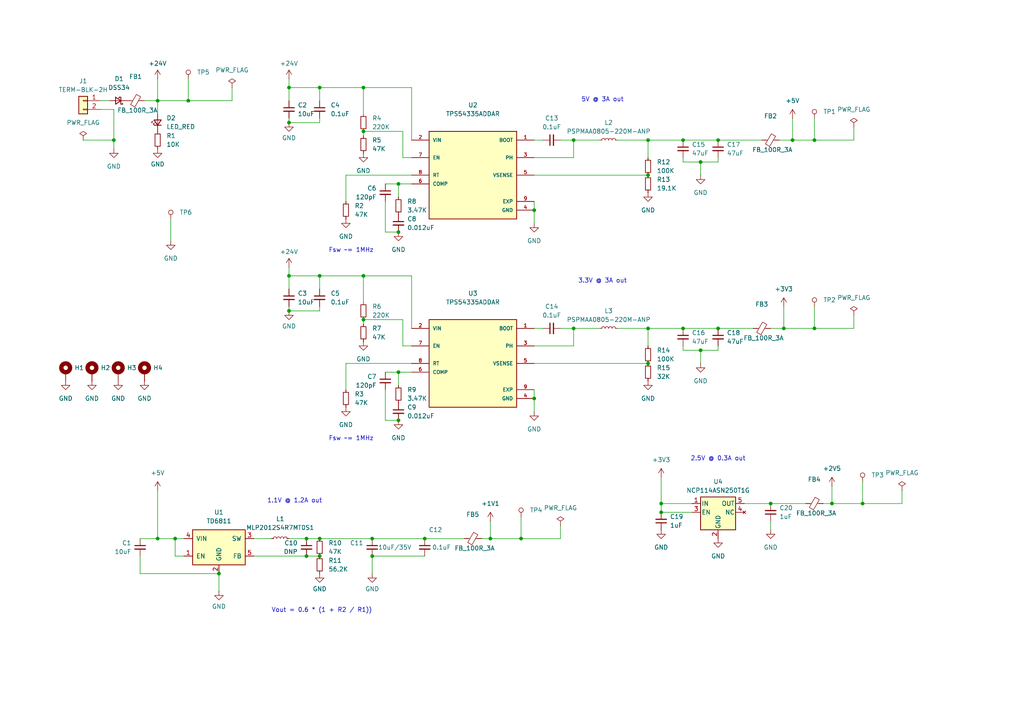
<source format=kicad_sch>
(kicad_sch (version 20231120) (generator "eeschema") (generator_version "8.0")
  (paper "A4")
  (lib_symbols
    (symbol "Device:C_Small" (pin_numbers hide) (pin_names (offset 0.254) hide)
      (property "Reference" "C" (at 0.254 1.778 0))
      (property "Value" "C_Small" (at 0.254 -2.032 0))
      (symbol "C_Small_1_1"
        (pin passive line (at 0 2.54 270) (length 2.032) (name "~") (number "1"))
        (pin passive line (at 0 -2.54 90) (length 2.032) (name "~") (number "2"))
      )
    )
    (symbol "Device:R_Small" (pin_numbers hide) (pin_names (offset 0.254) hide)
      (property "Reference" "R" (at 0.762 0.508 0))
      (property "Value" "R_Small" (at 0.762 -1.016 0))
      (symbol "R_Small_1_1"
        (pin passive line (at 0 2.54 270) (length 0.762) (name "~") (number "1"))
        (pin passive line (at 0 -2.54 90) (length 0.762) (name "~") (number "2"))
      )
    )
    (symbol "TPS54335ADDAR_1" (pin_names (offset 1.016))
      (property "Reference" "U" (at -12.7 13.462 0))
      (property "Value" "TPS54335ADDAR" (at -12.7 -15.24 0))
      (symbol "TPS54335ADDAR_1_0_0"
        (pin output line (at 17.78 10.16 180) (length 5.08) (name "BOOT") (number "1"))
        (pin input line (at -17.78 10.16 0) (length 5.08) (name "VIN") (number "2"))
        (pin output line (at 17.78 5.08 180) (length 5.08) (name "PH") (number "3"))
        (pin power_in line (at 17.78 -10.16 180) (length 5.08) (name "GND") (number "4"))
        (pin input line (at 17.78 0 180) (length 5.08) (name "VSENSE") (number "5"))
        (pin output line (at -17.78 -2.54 0) (length 5.08) (name "COMP") (number "6"))
        (pin input line (at -17.78 5.08 0) (length 5.08) (name "EN") (number "7"))
        (pin output line (at -17.78 0 0) (length 5.08) (name "RT") (number "8"))
        (pin power_in line (at 17.78 -7.62 180) (length 5.08) (name "EXP") (number "9"))
      )
    )
    (symbol "hadv-connectors:TERM-BLK-2H" (pin_names (offset 1.016) hide)
      (property "Reference" "J" (at 0 2.54 0))
      (property "Value" "TERM-BLK-2H" (at 0 -5.08 0))
      (symbol "TERM-BLK-2H_1_1"
        (pin passive line (at -5.08 0 0) (length 3.81) (name "Pin_1") (number "1"))
        (pin passive line (at -5.08 -2.54 0) (length 3.81) (name "Pin_2") (number "2"))
      )
    )
    (symbol "hadv-diodes:DSS34" (pin_numbers hide) (pin_names (offset 0.254) hide)
      (property "Reference" "D" (at -1.27 2.032 0))
      (property "Value" "DSS34" (at -7.112 -2.032 0))
      (symbol "DSS34_1_1"
        (pin passive line (at -2.54 0 0) (length 1.778) (name "K") (number "1"))
        (pin passive line (at 2.54 0 180) (length 1.778) (name "A") (number "2"))
      )
    )
    (symbol "hadv-inductors:MLP2012S4R7MT0S1" (pin_numbers hide) (pin_names (offset 0.254) hide)
      (property "Reference" "L" (at 0.762 1.016 0))
      (property "Value" "MLP2012S4R7MT0S1" (at 0.762 -1.016 0))
      (symbol "MLP2012S4R7MT0S1_1_1"
        (pin passive line (at 0 2.54 270) (length 0.635) (name "~") (number "1"))
        (pin passive line (at 0 -2.54 90) (length 0.635) (name "~") (number "2"))
      )
    )
    (symbol "hadv-inductors:PSPMAA0805-220M-ANP" (pin_numbers hide) (pin_names (offset 0.254) hide)
      (property "Reference" "L" (at 0.762 1.016 0))
      (property "Value" "PSPMAA0805-220M-ANP" (at 0.762 -1.016 0))
      (symbol "PSPMAA0805-220M-ANP_1_1"
        (pin passive line (at 0 2.54 270) (length 0.635) (name "~") (number "1"))
        (pin passive line (at 0 -2.54 90) (length 0.635) (name "~") (number "2"))
      )
    )
    (symbol "hadv-mechanical:MH_3.2mm" (pin_numbers hide) (pin_names (offset 1.016) hide) (in_bom no)
      (property "Reference" "H" (at 0 6.985 0))
      (symbol "MH_3.2mm_1_1"
        (pin input line (at 0 0 90) (length 2.54) (name "1") (number "1"))
      )
    )
    (symbol "hadv-mechanical:TP_1MM" (pin_numbers hide) (pin_names (offset 0.762) hide) (in_bom no)
      (property "Reference" "TP" (at 0 3.81 0))
      (symbol "TP_1MM_1_1"
        (pin passive line (at 0 0 90) (length 1.27) (name "1") (number "1"))
      )
    )
    (symbol "hadv-passives:FB_100R_3A" (pin_numbers hide) (pin_names (offset 0))
      (property "Reference" "FB" (at 1.905 1.27 0))
      (property "Value" "FB_100R_3A" (at 1.905 -1.27 0))
      (symbol "FB_100R_3A_1_1"
        (pin passive line (at 0 2.54 270) (length 1.27) (name "~") (number "1"))
        (pin passive line (at 0 -2.54 90) (length 1.27) (name "~") (number "2"))
      )
    )
    (symbol "hadv-ui:LED_RED" (pin_numbers hide) (pin_names (offset 0.254) hide)
      (property "Reference" "D" (at -1.27 3.175 0))
      (property "Value" "LED_RED" (at -4.445 -2.54 0))
      (symbol "LED_RED_1_1"
        (pin passive line (at -2.54 0 0) (length 1.778) (name "K") (number "1"))
        (pin passive line (at 2.54 0 180) (length 1.778) (name "A") (number "2"))
      )
    )
    (symbol "hadv-vregs:NCP114ASN250T1G" (pin_names (offset 0.254))
      (property "Reference" "U" (at -3.81 5.715 0))
      (property "Value" "NCP114ASN250T1G" (at 0 5.715 0))
      (symbol "NCP114ASN250T1G_1_1"
        (pin power_in line (at -7.62 2.54 0) (length 2.54) (name "IN") (number "1"))
        (pin power_in line (at 0 -7.62 90) (length 2.54) (name "GND") (number "2"))
        (pin input line (at -7.62 0 0) (length 2.54) (name "EN") (number "3"))
        (pin no_connect line (at 7.62 0 180) (length 2.54) (name "NC") (number "4"))
        (pin power_out line (at 7.62 2.54 180) (length 2.54) (name "OUT") (number "5"))
      )
    )
    (symbol "hadv-vregs:TD6811" (pin_names (offset 1.016))
      (property "Reference" "U" (at 1.27 10.16 0))
      (property "Value" "TD6811" (at 1.27 7.62 0))
      (symbol "TD6811_1_1"
        (pin input line (at -10.16 -2.54 0) (length 2.54) (name "EN") (number "1"))
        (pin power_in line (at 0 -7.62 90) (length 2.54) (name "GND") (number "2"))
        (pin power_out line (at 10.16 2.54 180) (length 2.54) (name "SW") (number "3"))
        (pin power_in line (at -10.16 2.54 0) (length 2.54) (name "VIN") (number "4"))
        (pin input line (at 10.16 -2.54 180) (length 2.54) (name "FB") (number "5"))
      )
    )
    (symbol "hadv-vregs:TPS54335ADDAR" (pin_names (offset 1.016))
      (property "Reference" "U" (at -12.7 13.462 0))
      (property "Value" "TPS54335ADDAR" (at -12.7 -15.24 0))
      (symbol "TPS54335ADDAR_0_0"
        (pin output line (at 17.78 10.16 180) (length 5.08) (name "BOOT") (number "1"))
        (pin input line (at -17.78 10.16 0) (length 5.08) (name "VIN") (number "2"))
        (pin output line (at 17.78 5.08 180) (length 5.08) (name "PH") (number "3"))
        (pin power_in line (at 17.78 -10.16 180) (length 5.08) (name "GND") (number "4"))
        (pin input line (at 17.78 0 180) (length 5.08) (name "VSENSE") (number "5"))
        (pin output line (at -17.78 -2.54 0) (length 5.08) (name "COMP") (number "6"))
        (pin input line (at -17.78 5.08 0) (length 5.08) (name "EN") (number "7"))
        (pin output line (at -17.78 0 0) (length 5.08) (name "RT") (number "8"))
        (pin power_in line (at 17.78 -7.62 180) (length 5.08) (name "EXP") (number "9"))
      )
    )
    (symbol "power:+1V1" (power) (pin_numbers hide) (pin_names (offset 0) hide)
      (property "Value" "+1V1" (at 0 3.556 0))
      (symbol "+1V1_1_1"
        (pin power_in line (at 0 0 90) (length 0) (name "~") (number "1"))
      )
    )
    (symbol "power:+24V" (power) (pin_numbers hide) (pin_names (offset 0) hide)
      (property "Value" "+24V" (at 0 3.556 0))
      (symbol "+24V_1_1"
        (pin power_in line (at 0 0 90) (length 0) (name "~") (number "1"))
      )
    )
    (symbol "power:+2V5" (power) (pin_numbers hide) (pin_names (offset 0) hide)
      (property "Value" "+2V5" (at 0 3.556 0))
      (symbol "+2V5_1_1"
        (pin power_in line (at 0 0 90) (length 0) (name "~") (number "1"))
      )
    )
    (symbol "power:+3V3" (power) (pin_numbers hide) (pin_names (offset 0) hide)
      (property "Value" "+3V3" (at 0 3.556 0))
      (symbol "+3V3_1_1"
        (pin power_in line (at 0 0 90) (length 0) (name "~") (number "1"))
      )
    )
    (symbol "power:+5V" (power) (pin_numbers hide) (pin_names (offset 0) hide)
      (property "Value" "+5V" (at 0 3.556 0))
      (symbol "+5V_1_1"
        (pin power_in line (at 0 0 90) (length 0) (name "~") (number "1"))
      )
    )
    (symbol "power:GND" (power) (pin_numbers hide) (pin_names (offset 0) hide)
      (property "Value" "GND" (at 0 -3.81 0))
      (symbol "GND_1_1"
        (pin power_in line (at 0 0 270) (length 0) (name "~") (number "1"))
      )
    )
    (symbol "power:PWR_FLAG" (power) (pin_numbers hide) (pin_names (offset 0) hide)
      (property "Value" "PWR_FLAG" (at 0 3.81 0))
      (symbol "PWR_FLAG_0_0"
        (pin power_out line (at 0 0 90) (length 0) (name "~") (number "1"))
      )
    )
  )
  (junction (at 45.72 29.21))
  (junction (at 63.5 166.37))
  (junction (at 151.13 156.21))
  (junction (at 83.82 25.4))
  (junction (at 203.2 101.6))
  (junction (at 198.12 95.25))
  (junction (at 105.41 25.4))
  (junction (at 154.94 60.96))
  (junction (at 187.96 95.25))
  (junction (at 92.71 156.21))
  (junction (at 250.19 146.05))
  (junction (at 107.95 156.21))
  (junction (at 83.82 90.17))
  (junction (at 241.3 146.05))
  (junction (at 223.52 146.05))
  (junction (at 83.82 80.01))
  (junction (at 166.37 40.64))
  (junction (at 115.57 53.34))
  (junction (at 107.95 161.29))
  (junction (at 187.96 40.64))
  (junction (at 198.12 40.64))
  (junction (at 92.71 161.29))
  (junction (at 142.24 156.21))
  (junction (at 105.41 92.71))
  (junction (at 50.8 156.21))
  (junction (at 208.28 40.64))
  (junction (at 208.28 95.25))
  (junction (at 45.72 156.21))
  (junction (at 115.57 107.95))
  (junction (at 115.57 67.31))
  (junction (at 191.77 146.05))
  (junction (at 88.9 156.21))
  (junction (at 83.82 35.56))
  (junction (at 166.37 95.25))
  (junction (at 191.77 148.59))
  (junction (at 33.02 40.64))
  (junction (at 236.22 95.25))
  (junction (at 203.2 46.99))
  (junction (at 229.87 40.64))
  (junction (at 123.19 156.21))
  (junction (at 227.33 95.25))
  (junction (at 105.41 38.1))
  (junction (at 105.41 80.01))
  (junction (at 187.96 105.41))
  (junction (at 154.94 115.57))
  (junction (at 92.71 25.4))
  (junction (at 54.61 29.21))
  (junction (at 115.57 121.92))
  (junction (at 187.96 50.8))
  (junction (at 236.22 40.64))
  (junction (at 88.9 161.29))
  (junction (at 92.71 80.01))
  (wire (pts (xy 154.94 60.96) (xy 154.94 64.77)))
  (wire (pts (xy 203.2 105.41) (xy 203.2 101.6)))
  (wire (pts (xy 40.64 156.21) (xy 45.72 156.21)))
  (wire (pts (xy 261.62 142.24) (xy 261.62 146.05)))
  (wire (pts (xy 154.94 45.72) (xy 166.37 45.72)))
  (wire (pts (xy 111.76 121.92) (xy 115.57 121.92)))
  (wire (pts (xy 111.76 107.95) (xy 115.57 107.95)))
  (wire (pts (xy 203.2 101.6) (xy 208.28 101.6)))
  (wire (pts (xy 83.82 80.01) (xy 83.82 83.82)))
  (wire (pts (xy 105.41 38.1) (xy 116.84 38.1)))
  (wire (pts (xy 187.96 40.64) (xy 198.12 40.64)))
  (wire (pts (xy 154.94 100.33) (xy 166.37 100.33)))
  (wire (pts (xy 92.71 25.4) (xy 92.71 29.21)))
  (wire (pts (xy 119.38 80.01) (xy 119.38 95.25)))
  (wire (pts (xy 151.13 149.86) (xy 151.13 156.21)))
  (wire (pts (xy 247.65 36.83) (xy 247.65 40.64)))
  (wire (pts (xy 92.71 80.01) (xy 105.41 80.01)))
  (wire (pts (xy 83.82 25.4) (xy 92.71 25.4)))
  (wire (pts (xy 54.61 29.21) (xy 45.72 29.21)))
  (wire (pts (xy 179.07 40.64) (xy 187.96 40.64)))
  (wire (pts (xy 105.41 92.71) (xy 105.41 93.98)))
  (wire (pts (xy 107.95 161.29) (xy 107.95 166.37)))
  (wire (pts (xy 227.33 95.25) (xy 223.52 95.25)))
  (wire (pts (xy 105.41 25.4) (xy 105.41 33.02)))
  (wire (pts (xy 250.19 146.05) (xy 241.3 146.05)))
  (wire (pts (xy 187.96 95.25) (xy 198.12 95.25)))
  (wire (pts (xy 53.34 161.29) (xy 50.8 161.29)))
  (wire (pts (xy 40.64 166.37) (xy 63.5 166.37)))
  (wire (pts (xy 54.61 29.21) (xy 67.31 29.21)))
  (wire (pts (xy 105.41 25.4) (xy 119.38 25.4)))
  (wire (pts (xy 198.12 46.99) (xy 203.2 46.99)))
  (wire (pts (xy 88.9 161.29) (xy 92.71 161.29)))
  (wire (pts (xy 191.77 146.05) (xy 200.66 146.05)))
  (wire (pts (xy 92.71 35.56) (xy 92.71 34.29)))
  (wire (pts (xy 154.94 95.25) (xy 157.48 95.25)))
  (wire (pts (xy 116.84 100.33) (xy 119.38 100.33)))
  (wire (pts (xy 166.37 95.25) (xy 173.99 95.25)))
  (wire (pts (xy 223.52 151.13) (xy 223.52 153.67)))
  (wire (pts (xy 67.31 25.4) (xy 67.31 29.21)))
  (wire (pts (xy 191.77 148.59) (xy 200.66 148.59)))
  (wire (pts (xy 116.84 92.71) (xy 116.84 100.33)))
  (wire (pts (xy 24.13 40.64) (xy 33.02 40.64)))
  (wire (pts (xy 115.57 53.34) (xy 119.38 53.34)))
  (wire (pts (xy 203.2 46.99) (xy 208.28 46.99)))
  (wire (pts (xy 29.21 29.21) (xy 31.75 29.21)))
  (wire (pts (xy 115.57 57.15) (xy 115.57 53.34)))
  (wire (pts (xy 162.56 156.21) (xy 151.13 156.21)))
  (wire (pts (xy 236.22 95.25) (xy 227.33 95.25)))
  (wire (pts (xy 166.37 95.25) (xy 162.56 95.25)))
  (wire (pts (xy 203.2 50.8) (xy 203.2 46.99)))
  (wire (pts (xy 50.8 156.21) (xy 45.72 156.21)))
  (wire (pts (xy 83.82 34.29) (xy 83.82 35.56)))
  (wire (pts (xy 50.8 161.29) (xy 50.8 156.21)))
  (wire (pts (xy 198.12 101.6) (xy 203.2 101.6)))
  (wire (pts (xy 208.28 95.25) (xy 218.44 95.25)))
  (wire (pts (xy 73.66 161.29) (xy 88.9 161.29)))
  (wire (pts (xy 115.57 107.95) (xy 119.38 107.95)))
  (wire (pts (xy 92.71 90.17) (xy 92.71 88.9)))
  (wire (pts (xy 247.65 40.64) (xy 236.22 40.64)))
  (wire (pts (xy 229.87 34.29) (xy 229.87 40.64)))
  (wire (pts (xy 236.22 88.9) (xy 236.22 95.25)))
  (wire (pts (xy 154.94 58.42) (xy 154.94 60.96)))
  (wire (pts (xy 151.13 156.21) (xy 142.24 156.21)))
  (wire (pts (xy 179.07 95.25) (xy 187.96 95.25)))
  (wire (pts (xy 119.38 25.4) (xy 119.38 40.64)))
  (wire (pts (xy 229.87 40.64) (xy 226.06 40.64)))
  (wire (pts (xy 166.37 45.72) (xy 166.37 40.64)))
  (wire (pts (xy 49.53 63.5) (xy 49.53 69.85)))
  (wire (pts (xy 92.71 80.01) (xy 92.71 83.82)))
  (wire (pts (xy 236.22 40.64) (xy 229.87 40.64)))
  (wire (pts (xy 63.5 166.37) (xy 63.5 171.45)))
  (wire (pts (xy 154.94 50.8) (xy 187.96 50.8)))
  (wire (pts (xy 105.41 38.1) (xy 105.41 39.37)))
  (wire (pts (xy 162.56 152.4) (xy 162.56 156.21)))
  (wire (pts (xy 111.76 113.03) (xy 111.76 121.92)))
  (wire (pts (xy 92.71 25.4) (xy 105.41 25.4)))
  (wire (pts (xy 115.57 111.76) (xy 115.57 107.95)))
  (wire (pts (xy 154.94 113.03) (xy 154.94 115.57)))
  (wire (pts (xy 154.94 115.57) (xy 154.94 119.38)))
  (wire (pts (xy 53.34 156.21) (xy 50.8 156.21)))
  (wire (pts (xy 166.37 40.64) (xy 162.56 40.64)))
  (wire (pts (xy 241.3 146.05) (xy 241.3 140.97)))
  (wire (pts (xy 198.12 101.6) (xy 198.12 100.33)))
  (wire (pts (xy 45.72 29.21) (xy 45.72 33.02)))
  (wire (pts (xy 116.84 45.72) (xy 119.38 45.72)))
  (wire (pts (xy 215.9 146.05) (xy 223.52 146.05)))
  (wire (pts (xy 111.76 67.31) (xy 115.57 67.31)))
  (wire (pts (xy 54.61 22.86) (xy 54.61 29.21)))
  (wire (pts (xy 92.71 156.21) (xy 107.95 156.21)))
  (wire (pts (xy 208.28 46.99) (xy 208.28 45.72)))
  (wire (pts (xy 191.77 138.43) (xy 191.77 146.05)))
  (wire (pts (xy 198.12 95.25) (xy 208.28 95.25)))
  (wire (pts (xy 119.38 105.41) (xy 100.33 105.41)))
  (wire (pts (xy 154.94 40.64) (xy 157.48 40.64)))
  (wire (pts (xy 100.33 105.41) (xy 100.33 113.03)))
  (wire (pts (xy 29.21 31.75) (xy 33.02 31.75)))
  (wire (pts (xy 100.33 50.8) (xy 100.33 58.42)))
  (wire (pts (xy 83.82 22.86) (xy 83.82 25.4)))
  (wire (pts (xy 83.82 90.17) (xy 92.71 90.17)))
  (wire (pts (xy 107.95 156.21) (xy 123.19 156.21)))
  (wire (pts (xy 142.24 156.21) (xy 142.24 151.13)))
  (wire (pts (xy 208.28 40.64) (xy 220.98 40.64)))
  (wire (pts (xy 83.82 77.47) (xy 83.82 80.01)))
  (wire (pts (xy 247.65 95.25) (xy 236.22 95.25)))
  (wire (pts (xy 88.9 156.21) (xy 92.71 156.21)))
  (wire (pts (xy 83.82 35.56) (xy 92.71 35.56)))
  (wire (pts (xy 223.52 146.05) (xy 233.68 146.05)))
  (wire (pts (xy 83.82 88.9) (xy 83.82 90.17)))
  (wire (pts (xy 154.94 105.41) (xy 187.96 105.41)))
  (wire (pts (xy 111.76 58.42) (xy 111.76 67.31)))
  (wire (pts (xy 33.02 31.75) (xy 33.02 40.64)))
  (wire (pts (xy 83.82 80.01) (xy 92.71 80.01)))
  (wire (pts (xy 261.62 146.05) (xy 250.19 146.05)))
  (wire (pts (xy 139.7 156.21) (xy 142.24 156.21)))
  (wire (pts (xy 40.64 161.29) (xy 40.64 166.37)))
  (wire (pts (xy 238.76 146.05) (xy 241.3 146.05)))
  (wire (pts (xy 105.41 92.71) (xy 116.84 92.71)))
  (wire (pts (xy 33.02 40.64) (xy 33.02 43.18)))
  (wire (pts (xy 187.96 95.25) (xy 187.96 100.33)))
  (wire (pts (xy 227.33 88.9) (xy 227.33 95.25)))
  (wire (pts (xy 191.77 146.05) (xy 191.77 148.59)))
  (wire (pts (xy 105.41 80.01) (xy 105.41 87.63)))
  (wire (pts (xy 116.84 38.1) (xy 116.84 45.72)))
  (wire (pts (xy 105.41 80.01) (xy 119.38 80.01)))
  (wire (pts (xy 208.28 101.6) (xy 208.28 100.33)))
  (wire (pts (xy 107.95 161.29) (xy 123.19 161.29)))
  (wire (pts (xy 236.22 34.29) (xy 236.22 40.64)))
  (wire (pts (xy 166.37 100.33) (xy 166.37 95.25)))
  (wire (pts (xy 45.72 142.24) (xy 45.72 156.21)))
  (wire (pts (xy 119.38 50.8) (xy 100.33 50.8)))
  (wire (pts (xy 111.76 53.34) (xy 115.57 53.34)))
  (wire (pts (xy 250.19 139.7) (xy 250.19 146.05)))
  (wire (pts (xy 73.66 156.21) (xy 78.74 156.21)))
  (wire (pts (xy 83.82 25.4) (xy 83.82 29.21)))
  (wire (pts (xy 198.12 40.64) (xy 208.28 40.64)))
  (wire (pts (xy 166.37 40.64) (xy 173.99 40.64)))
  (wire (pts (xy 45.72 22.86) (xy 45.72 29.21)))
  (wire (pts (xy 187.96 40.64) (xy 187.96 45.72)))
  (wire (pts (xy 41.91 29.21) (xy 45.72 29.21)))
  (wire (pts (xy 83.82 156.21) (xy 88.9 156.21)))
  (wire (pts (xy 123.19 156.21) (xy 134.62 156.21)))
  (wire (pts (xy 247.65 91.44) (xy 247.65 95.25)))
  (wire (pts (xy 198.12 46.99) (xy 198.12 45.72)))
  (text "1.1V @ 1.2A out" (at 77.47 146.05 0) (effects (font (size 1.27 1.27)) (justify left bottom)))
  (text "Fsw ~= 1MHz" (at 101.854 72.644 0) (effects (font (size 1.27 1.27))))
  (text "Vout = 0.6 * (1 + R2 / R1))" (at 78.74 177.8 0) (effects (font (size 1.27 1.27)) (justify left bottom)))
  (text "3.3V @ 3A out" (at 174.752 81.534 0) (effects (font (size 1.27 1.27))))
  (text "5V @ 3A out" (at 174.752 28.956 0) (effects (font (size 1.27 1.27))))
  (text "2.5V @ 0.3A out" (at 208.28 133.096 0) (effects (font (size 1.27 1.27))))
  (text "Fsw ~= 1MHz" (at 101.854 127.254 0) (effects (font (size 1.27 1.27))))
  (symbol (lib_id "power:GND") (at 26.67 110.49 0) (unit 1)
    (property "Reference" "#PWR0117" (effects (hide yes)))
    (property "Value" "GND" (at 26.67 115.57 0))
    (property "Description" "Power symbol creates a global label with name \"GND\" , ground" (effects (hide yes)))
  )
  (symbol (lib_id "power:GND") (at 154.94 64.77 0) (unit 1)
    (property "Reference" "#PWR019" (effects (hide yes)))
    (property "Value" "GND" (at 154.94 69.85 0))
    (property "Description" "Power symbol creates a global label with name \"GND\" , ground" (effects (hide yes)))
  )
  (symbol (lib_id "Device:C_Small") (at 115.57 64.77 0) (unit 1)
    (property "Reference" "C8" (at 118.11 63.5062 0) (effects (justify left)))
    (property "Value" "0.012uF" (at 118.11 66.0462 0) (effects (justify left)))
    (property "Footprint" "Capacitor_SMD:C_0603_1608Metric" (effects (hide yes)))
    (property "Description" "Unpolarized capacitor, small symbol" (effects (hide yes)))
  )
  (symbol (lib_id "power:GND") (at 154.94 119.38 0) (unit 1)
    (property "Reference" "#PWR020" (effects (hide yes)))
    (property "Value" "GND" (at 154.94 124.46 0))
    (property "Description" "Power symbol creates a global label with name \"GND\" , ground" (effects (hide yes)))
  )
  (symbol (lib_id "hadv-vregs:TPS54335ADDAR") (at 137.16 105.41 0) (unit 1)
    (property "Reference" "U3" (at 137.16 85.09 0))
    (property "Value" "TPS54335ADDAR" (at 137.16 87.63 0))
    (property "Footprint" "Package_SO:SOIC-8-1EP_3.9x4.9mm_P1.27mm_EP2.29x3mm_ThermalVias" (effects (hide yes)))
    (property "Datasheet" "https://www.ti.com/lit/ds/symlink/tps54335a.pdf?ts=1721956091124&ref_url=https%253A%252F%252Fwww.ti.com%252Fproduct%252FTPS54335A%252Fpart-details%252FTPS54335ADDAR%253Fbm-verify%253DAAQAAAAJ_____0OG6ETeAT2aN0fnBCXPurdJzu3vEm8UB7Ut4o0qZxp3dxvr-CwlCN4vYV9GydZWobR7AWUjsZi0q6lWwpUZyIcLbn3tn59HhTFtQGmZ1zr346VnwXqJ8gAq8602JpBv6wPxz_3IMDM4sIHN2UPigsLf1wO55OxekKyZLRhNJtVjCLmuLhI5mmcxyu1en0Bdxu1Nk4lnGtSCOaWIRIBohBidi6oRP8EpPPlUB6ZzjQ2zjJ8P1onKt53dSoWLvfaPOyLn34tNcgqdU8OHr2cVvNz2qta0797Ppsd8wVSfbldnrT-zVwodDxb-aAW7KeQMkv7GJrsA6rIPtVvz9mJB8w4UVd4uvQ" (effects (hide yes)))
    (property "Description" "4.5V to 28V Input, 3A, Synchronous, Step-Down Converter with Eco-mode" (effects (hide yes)))
    (property "MPN" "TPS54335ADDAR" (effects (hide yes)))
    (property "Manufacturer" "Texas Instruments" (effects (hide yes)))
    (property "LCSC#" "C58928" (effects (hide yes)))
  )
  (symbol (lib_id "Device:R_Small") (at 105.41 90.17 0) (mirror y) (unit 1)
    (property "Reference" "R6" (at 107.95 88.8999 0) (effects (justify right)))
    (property "Value" "220K" (at 107.95 91.4399 0) (effects (justify right)))
    (property "Footprint" "Resistor_SMD:R_0603_1608Metric" (effects (hide yes)))
    (property "Description" "Resistor, small symbol" (effects (hide yes)))
  )
  (symbol (lib_id "power:GND") (at 83.82 35.56 0) (unit 1)
    (property "Reference" "#PWR06" (effects (hide yes)))
    (property "Value" "GND" (at 83.82 40.005 0))
    (property "Description" "Power symbol creates a global label with name \"GND\" , ground" (effects (hide yes)))
  )
  (symbol (lib_id "Device:R_Small") (at 92.71 158.75 0) (unit 1)
    (property "Reference" "R10" (at 95.25 157.4799 0) (effects (justify left)))
    (property "Value" "47K" (at 95.25 160.0199 0) (effects (justify left)))
    (property "Footprint" "Resistor_SMD:R_0603_1608Metric" (effects (hide yes)))
    (property "Description" "Resistor, small symbol" (effects (hide yes)))
    (property "Manufacturer" "Yageo" (effects (hide yes)))
    (property "Note" "1% 100mW" (effects (hide yes)))
  )
  (symbol (lib_id "power:+1V1") (at 142.24 151.13 0) (unit 1)
    (property "Reference" "#PWR017" (effects (hide yes)))
    (property "Value" "+1V1" (at 142.24 146.05 0))
    (property "Description" "Power symbol creates a global label with name \"+1V1\"" (effects (hide yes)))
  )
  (symbol (lib_id "power:GND") (at 34.29 110.49 0) (unit 1)
    (property "Reference" "#PWR0118" (effects (hide yes)))
    (property "Value" "GND" (at 34.29 115.57 0))
    (property "Description" "Power symbol creates a global label with name \"GND\" , ground" (effects (hide yes)))
  )
  (symbol (lib_id "power:GND") (at 105.41 99.06 0) (unit 1)
    (property "Reference" "#PWR013" (effects (hide yes)))
    (property "Value" "GND" (at 105.41 104.14 0))
    (property "Description" "Power symbol creates a global label with name \"GND\" , ground" (effects (hide yes)))
  )
  (symbol (lib_id "power:+5V") (at 229.87 34.29 0) (unit 1)
    (property "Reference" "#PWR025" (effects (hide yes)))
    (property "Value" "+5V" (at 229.87 29.21 0))
    (property "Description" "Power symbol creates a global label with name \"+5V\"" (effects (hide yes)))
  )
  (symbol (lib_id "Device:R_Small") (at 187.96 48.26 0) (mirror y) (unit 1)
    (property "Reference" "R12" (at 190.5 46.9899 0) (effects (justify right)))
    (property "Value" "100K" (at 190.5 49.5299 0) (effects (justify right)))
    (property "Footprint" "Resistor_SMD:R_0603_1608Metric" (effects (hide yes)))
    (property "Description" "Resistor, small symbol" (effects (hide yes)))
  )
  (symbol (lib_id "Device:C_Small") (at 223.52 148.59 180) (unit 1)
    (property "Reference" "C20" (at 226.06 147.3135 0) (effects (justify right)))
    (property "Value" "1uF" (at 226.06 149.8535 0) (effects (justify right)))
    (property "Footprint" "Capacitor_SMD:C_0603_1608Metric" (effects (hide yes)))
    (property "Description" "Unpolarized capacitor, small symbol" (effects (hide yes)))
  )
  (symbol (lib_id "hadv-mechanical:MH_3.2mm") (at 41.91 110.49 0) (unit 1) (in_bom no)
    (property "Reference" "H4" (at 44.45 106.6799 0) (effects (justify left)))
    (property "Value" "MH_3.2mm" (effects (hide yes)))
    (property "Footprint" "MountingHole:MountingHole_3.2mm_M3_Pad_Via" (effects (hide yes)))
    (property "Description" "Mounting Hole with pad for M3 bolt" (effects (hide yes)))
  )
  (symbol (lib_id "power:+3V3") (at 227.33 88.9 0) (unit 1)
    (property "Reference" "#PWR026" (effects (hide yes)))
    (property "Value" "+3V3" (at 227.33 83.82 0))
    (property "Description" "Power symbol creates a global label with name \"+3V3\"" (effects (hide yes)))
  )
  (symbol (lib_id "hadv-passives:FB_100R_3A") (at 137.16 156.21 90) (unit 1)
    (property "Reference" "FB5" (at 137.1219 149.225 90))
    (property "Value" "FB_100R_3A" (at 137.668 159.004 90))
    (property "Footprint" "Inductor_SMD:L_0603_1608Metric" (effects (hide yes)))
    (property "Description" "Ferrite bead, small symbol" (effects (hide yes)))
    (property "MPN" "UPZ1608E101-3R0TF" (effects (hide yes)))
    (property "Manufacturer" "Sunlord" (effects (hide yes)))
    (property "LCSC#" "C96995" (effects (hide yes)))
  )
  (symbol (lib_id "power:GND") (at 100.33 63.5 0) (unit 1)
    (property "Reference" "#PWR010" (effects (hide yes)))
    (property "Value" "GND" (at 100.33 68.58 0))
    (property "Description" "Power symbol creates a global label with name \"GND\" , ground" (effects (hide yes)))
  )
  (symbol (lib_id "Device:C_Small") (at 198.12 97.79 0) (unit 1)
    (property "Reference" "C16" (at 200.66 96.5263 0) (effects (justify left)))
    (property "Value" "47uF" (at 200.66 99.0663 0) (effects (justify left)))
    (property "Footprint" "Capacitor_SMD:C_0805_2012Metric" (effects (hide yes)))
    (property "Description" "Unpolarized capacitor, small symbol" (effects (hide yes)))
    (property "LCSC#" "C440198" (effects (hide yes)))
    (property "MPN" "GRM21BR61H106KE43L" (effects (hide yes)))
  )
  (symbol (lib_id "Device:C_Small") (at 123.19 158.75 0) (mirror y) (unit 1)
    (property "Reference" "C12" (at 128.27 153.67 0) (effects (justify left)))
    (property "Value" "0.1uF" (at 130.81 158.75 0) (effects (justify left)))
    (property "Footprint" "Capacitor_SMD:C_0603_1608Metric" (effects (hide yes)))
    (property "Description" "Unpolarized capacitor, small symbol" (effects (hide yes)))
    (property "LCSC#" "C14663" (effects (hide yes)))
    (property "MPN" "CC0603KRX7R9BB104" (effects (hide yes)))
    (property "Manufacturer" "Yageo" (effects (hide yes)))
    (property "Note" "50V X7R +/-10%" (effects (hide yes)))
  )
  (symbol (lib_id "hadv-mechanical:TP_1MM") (at 49.53 63.5 0) (unit 1) (in_bom no)
    (property "Reference" "TP6" (at 52.07 61.5949 0) (effects (justify left)))
    (property "Value" "TP_1MM" (effects (hide yes)))
    (property "Footprint" "TestPoint:TestPoint_Pad_D1.0mm" (effects (hide yes)))
    (property "Description" "test point 1mm dia" (effects (hide yes)))
  )
  (symbol (lib_id "power:GND") (at 191.77 153.67 0) (unit 1)
    (property "Reference" "#PWR028" (effects (hide yes)))
    (property "Value" "GND" (at 191.77 158.75 0))
    (property "Description" "Power symbol creates a global label with name \"GND\" , ground" (effects (hide yes)))
  )
  (symbol (lib_id "power:PWR_FLAG") (at 261.62 142.24 0) (unit 1)
    (property "Reference" "#FLG04" (effects (hide yes)))
    (property "Value" "PWR_FLAG" (at 261.62 137.16 0))
    (property "Description" "Special symbol for telling ERC where power comes from" (effects (hide yes)))
  )
  (symbol (lib_id "power:PWR_FLAG") (at 24.13 40.64 0) (unit 1)
    (property "Reference" "#FLG06" (effects (hide yes)))
    (property "Value" "PWR_FLAG" (at 24.13 35.56 0))
    (property "Description" "Special symbol for telling ERC where power comes from" (effects (hide yes)))
  )
  (symbol (lib_id "power:GND") (at 83.82 90.17 0) (unit 1)
    (property "Reference" "#PWR08" (effects (hide yes)))
    (property "Value" "GND" (at 83.82 94.615 0))
    (property "Description" "Power symbol creates a global label with name \"GND\" , ground" (effects (hide yes)))
  )
  (symbol (lib_id "hadv-passives:FB_100R_3A") (at 223.52 40.64 90) (unit 1)
    (property "Reference" "FB2" (at 223.4819 33.655 90))
    (property "Value" "FB_100R_3A" (at 224.028 43.434 90))
    (property "Footprint" "Inductor_SMD:L_0603_1608Metric" (effects (hide yes)))
    (property "Description" "Ferrite bead, small symbol" (effects (hide yes)))
    (property "MPN" "UPZ1608E101-3R0TF" (effects (hide yes)))
    (property "Manufacturer" "Sunlord" (effects (hide yes)))
    (property "LCSC#" "C96995" (effects (hide yes)))
  )
  (symbol (lib_id "Device:C_Small") (at 83.82 86.36 0) (unit 1)
    (property "Reference" "C3" (at 86.36 85.0963 0) (effects (justify left)))
    (property "Value" "10uF" (at 86.36 87.6363 0) (effects (justify left)))
    (property "Footprint" "Capacitor_SMD:C_0805_2012Metric" (effects (hide yes)))
    (property "Description" "Unpolarized capacitor, small symbol" (effects (hide yes)))
    (property "LCSC#" "C440198" (effects (hide yes)))
    (property "MPN" "GRM21BR61H106KE43L" (effects (hide yes)))
  )
  (symbol (lib_id "Device:C_Small") (at 160.02 40.64 90) (unit 1)
    (property "Reference" "C13" (at 160.0263 34.29 90))
    (property "Value" "0.1uF" (at 160.0263 36.83 90))
    (property "Footprint" "Capacitor_SMD:C_0603_1608Metric" (effects (hide yes)))
    (property "Description" "Unpolarized capacitor, small symbol" (effects (hide yes)))
  )
  (symbol (lib_id "power:GND") (at 223.52 153.67 0) (unit 1)
    (property "Reference" "#PWR031" (effects (hide yes)))
    (property "Value" "GND" (at 223.52 158.75 0))
    (property "Description" "Power symbol creates a global label with name \"GND\" , ground" (effects (hide yes)))
  )
  (symbol (lib_id "power:PWR_FLAG") (at 67.31 25.4 0) (unit 1)
    (property "Reference" "#FLG05" (effects (hide yes)))
    (property "Value" "PWR_FLAG" (at 67.31 20.32 0))
    (property "Description" "Special symbol for telling ERC where power comes from" (effects (hide yes)))
  )
  (symbol (lib_id "hadv-diodes:DSS34") (at 34.29 29.21 180) (unit 1)
    (property "Reference" "D1" (at 34.544 22.86 0))
    (property "Value" "DSS34" (at 34.544 25.4 0))
    (property "Footprint" "Diode_SMD:D_SOD-123F" (effects (hide yes)))
    (property "Datasheet" "https://datasheet.lcsc.com/lcsc/2004141809_BORN-DSS34_C511866.pdf" (effects (hide yes)))
    (property "Description" "40V 3A RMS 550mV schottky diode" (effects (hide yes)))
    (property "MPN" "DSS34" (effects (hide yes)))
    (property "Manufacturer" "BORN" (effects (hide yes)))
    (property "LCSC#" "C511866" (effects (hide yes)))
  )
  (symbol (lib_id "Device:R_Small") (at 45.72 40.64 0) (unit 1)
    (property "Reference" "R1" (at 48.26 39.37 0) (effects (justify left)))
    (property "Value" "10K" (at 48.26 41.91 0) (effects (justify left)))
    (property "Footprint" "Resistor_SMD:R_0603_1608Metric" (effects (hide yes)))
    (property "Description" "Resistor, small symbol" (effects (hide yes)))
  )
  (symbol (lib_id "hadv-mechanical:TP_1MM") (at 250.19 139.7 0) (unit 1) (in_bom no)
    (property "Reference" "TP3" (at 252.73 137.7949 0) (effects (justify left)))
    (property "Value" "TP_1MM" (effects (hide yes)))
    (property "Footprint" "TestPoint:TestPoint_Pad_D1.0mm" (effects (hide yes)))
    (property "Description" "test point 1mm dia" (effects (hide yes)))
  )
  (symbol (lib_id "Device:C_Small") (at 111.76 55.88 0) (mirror y) (unit 1)
    (property "Reference" "C6" (at 109.22 54.6162 0) (effects (justify left)))
    (property "Value" "120pF" (at 109.22 57.1562 0) (effects (justify left)))
    (property "Footprint" "Capacitor_SMD:C_0603_1608Metric" (effects (hide yes)))
    (property "Description" "Unpolarized capacitor, small symbol" (effects (hide yes)))
  )
  (symbol (lib_id "Device:R_Small") (at 115.57 114.3 0) (unit 1)
    (property "Reference" "R9" (at 118.11 113.0299 0) (effects (justify left)))
    (property "Value" "3.47K" (at 118.11 115.5699 0) (effects (justify left)))
    (property "Footprint" "Resistor_SMD:R_0603_1608Metric" (effects (hide yes)))
    (property "Description" "Resistor, small symbol" (effects (hide yes)))
  )
  (symbol (lib_id "power:PWR_FLAG") (at 247.65 91.44 0) (unit 1)
    (property "Reference" "#FLG02" (effects (hide yes)))
    (property "Value" "PWR_FLAG" (at 247.65 86.36 0))
    (property "Description" "Special symbol for telling ERC where power comes from" (effects (hide yes)))
  )
  (symbol (lib_id "Device:C_Small") (at 40.64 158.75 0) (mirror y) (unit 1)
    (property "Reference" "C1" (at 38.1 157.4862 0) (effects (justify left)))
    (property "Value" "10uF" (at 38.1 160.0262 0) (effects (justify left)))
    (property "Footprint" "Capacitor_SMD:C_0805_2012Metric" (effects (hide yes)))
    (property "Description" "Unpolarized capacitor, small symbol" (effects (hide yes)))
    (property "LCSC#" "C361063" (effects (hide yes)))
    (property "MPN" "GRM21BR6YA106ME43L" (effects (hide yes)))
    (property "Manufacturer" "Murata" (effects (hide yes)))
    (property "Note" "35V X5R +/-20%" (effects (hide yes)))
  )
  (symbol (lib_id "power:GND") (at 187.96 55.88 0) (unit 1)
    (property "Reference" "#PWR021" (effects (hide yes)))
    (property "Value" "GND" (at 187.96 60.96 0))
    (property "Description" "Power symbol creates a global label with name \"GND\" , ground" (effects (hide yes)))
  )
  (symbol (lib_id "Device:R_Small") (at 105.41 41.91 0) (mirror y) (unit 1)
    (property "Reference" "R5" (at 107.95 40.6399 0) (effects (justify right)))
    (property "Value" "47K" (at 107.95 43.1799 0) (effects (justify right)))
    (property "Footprint" "Resistor_SMD:R_0603_1608Metric" (effects (hide yes)))
    (property "Description" "Resistor, small symbol" (effects (hide yes)))
  )
  (symbol (lib_id "power:GND") (at 45.72 43.18 0) (unit 1)
    (property "Reference" "#PWR03" (effects (hide yes)))
    (property "Value" "GND" (at 45.72 47.625 0))
    (property "Description" "Power symbol creates a global label with name \"GND\" , ground" (effects (hide yes)))
  )
  (symbol (lib_id "Device:R_Small") (at 105.41 96.52 0) (mirror y) (unit 1)
    (property "Reference" "R7" (at 107.95 95.2499 0) (effects (justify right)))
    (property "Value" "47K" (at 107.95 97.7899 0) (effects (justify right)))
    (property "Footprint" "Resistor_SMD:R_0603_1608Metric" (effects (hide yes)))
    (property "Description" "Resistor, small symbol" (effects (hide yes)))
  )
  (symbol (lib_id "hadv-mechanical:TP_1MM") (at 236.22 34.29 0) (unit 1) (in_bom no)
    (property "Reference" "TP1" (at 238.76 32.3849 0) (effects (justify left)))
    (property "Value" "TP_1MM" (effects (hide yes)))
    (property "Footprint" "TestPoint:TestPoint_Pad_D1.0mm" (effects (hide yes)))
    (property "Description" "test point 1mm dia" (effects (hide yes)))
  )
  (symbol (lib_id "hadv-mechanical:TP_1MM") (at 151.13 149.86 0) (unit 1) (in_bom no)
    (property "Reference" "TP4" (at 153.67 147.9549 0) (effects (justify left)))
    (property "Value" "TP_1MM" (effects (hide yes)))
    (property "Footprint" "TestPoint:TestPoint_Pad_D1.0mm" (effects (hide yes)))
    (property "Description" "test point 1mm dia" (effects (hide yes)))
  )
  (symbol (lib_id "power:GND") (at 41.91 110.49 0) (unit 1)
    (property "Reference" "#PWR0119" (effects (hide yes)))
    (property "Value" "GND" (at 41.91 115.57 0))
    (property "Description" "Power symbol creates a global label with name \"GND\" , ground" (effects (hide yes)))
  )
  (symbol (lib_id "hadv-mechanical:TP_1MM") (at 54.61 22.86 0) (unit 1) (in_bom no)
    (property "Reference" "TP5" (at 57.15 20.9549 0) (effects (justify left)))
    (property "Value" "TP_1MM" (effects (hide yes)))
    (property "Footprint" "TestPoint:TestPoint_Pad_D1.0mm" (effects (hide yes)))
    (property "Description" "test point 1mm dia" (effects (hide yes)))
  )
  (symbol (lib_id "power:GND") (at 107.95 166.37 0) (unit 1)
    (property "Reference" "#PWR018" (effects (hide yes)))
    (property "Value" "GND" (at 107.95 170.815 0))
    (property "Description" "Power symbol creates a global label with name \"GND\" , ground" (effects (hide yes)))
  )
  (symbol (lib_id "Device:R_Small") (at 187.96 102.87 0) (mirror y) (unit 1)
    (property "Reference" "R14" (at 190.5 101.5999 0) (effects (justify right)))
    (property "Value" "100K" (at 190.5 104.1399 0) (effects (justify right)))
    (property "Footprint" "Resistor_SMD:R_0603_1608Metric" (effects (hide yes)))
    (property "Description" "Resistor, small symbol" (effects (hide yes)))
  )
  (symbol (lib_id "hadv-mechanical:MH_3.2mm") (at 19.05 110.49 0) (unit 1) (in_bom no)
    (property "Reference" "H1" (at 21.59 106.6799 0) (effects (justify left)))
    (property "Value" "MH_3.2mm" (effects (hide yes)))
    (property "Footprint" "MountingHole:MountingHole_3.2mm_M3_Pad_Via" (effects (hide yes)))
    (property "Description" "Mounting Hole with pad for M3 bolt" (effects (hide yes)))
  )
  (symbol (lib_id "Device:C_Small") (at 111.76 110.49 0) (mirror y) (unit 1)
    (property "Reference" "C7" (at 109.22 109.2262 0) (effects (justify left)))
    (property "Value" "120pF" (at 109.22 111.7662 0) (effects (justify left)))
    (property "Footprint" "Capacitor_SMD:C_0603_1608Metric" (effects (hide yes)))
    (property "Description" "Unpolarized capacitor, small symbol" (effects (hide yes)))
  )
  (symbol (lib_id "Device:C_Small") (at 198.12 43.18 0) (unit 1)
    (property "Reference" "C15" (at 200.66 41.9163 0) (effects (justify left)))
    (property "Value" "47uF" (at 200.66 44.4563 0) (effects (justify left)))
    (property "Footprint" "Capacitor_SMD:C_0805_2012Metric" (effects (hide yes)))
    (property "Description" "Unpolarized capacitor, small symbol" (effects (hide yes)))
    (property "LCSC#" "C440198" (effects (hide yes)))
    (property "MPN" "GRM21BR61H106KE43L" (effects (hide yes)))
  )
  (symbol (lib_id "Device:R_Small") (at 100.33 115.57 0) (unit 1)
    (property "Reference" "R3" (at 102.87 114.2999 0) (effects (justify left)))
    (property "Value" "47K" (at 102.87 116.8399 0) (effects (justify left)))
    (property "Footprint" "Resistor_SMD:R_0603_1608Metric" (effects (hide yes)))
    (property "Description" "Resistor, small symbol" (effects (hide yes)))
  )
  (symbol (lib_id "power:+24V") (at 83.82 77.47 0) (unit 1)
    (property "Reference" "#PWR07" (effects (hide yes)))
    (property "Value" "+24V" (at 83.82 73.025 0))
    (property "Description" "Power symbol creates a global label with name \"+24V\"" (effects (hide yes)))
  )
  (symbol (lib_id "power:GND") (at 49.53 69.85 0) (unit 1)
    (property "Reference" "#PWR032" (effects (hide yes)))
    (property "Value" "GND" (at 49.53 74.93 0))
    (property "Description" "Power symbol creates a global label with name \"GND\" , ground" (effects (hide yes)))
  )
  (symbol (lib_id "Device:R_Small") (at 92.71 163.83 0) (unit 1)
    (property "Reference" "R11" (at 95.25 162.5599 0) (effects (justify left)))
    (property "Value" "56.2K" (at 95.25 165.0999 0) (effects (justify left)))
    (property "Footprint" "Resistor_SMD:R_0603_1608Metric" (effects (hide yes)))
    (property "Description" "Resistor, small symbol" (effects (hide yes)))
    (property "LCSC#" "C98220" (effects (hide yes)))
    (property "MPN" "RC0603FR-0710KL" (effects (hide yes)))
    (property "Manufacturer" "Yageo" (effects (hide yes)))
    (property "Note" "1% 100mW" (effects (hide yes)))
  )
  (symbol (lib_id "power:+3V3") (at 191.77 138.43 0) (unit 1)
    (property "Reference" "#PWR027" (effects (hide yes)))
    (property "Value" "+3V3" (at 191.77 133.35 0))
    (property "Description" "Power symbol creates a global label with name \"+3V3\"" (effects (hide yes)))
  )
  (symbol (lib_id "Device:R_Small") (at 115.57 59.69 0) (unit 1)
    (property "Reference" "R8" (at 118.11 58.4199 0) (effects (justify left)))
    (property "Value" "3.47K" (at 118.11 60.9599 0) (effects (justify left)))
    (property "Footprint" "Resistor_SMD:R_0603_1608Metric" (effects (hide yes)))
    (property "Description" "Resistor, small symbol" (effects (hide yes)))
  )
  (symbol (lib_id "Device:C_Small") (at 107.95 158.75 0) (mirror y) (unit 1)
    (property "Reference" "C11" (at 105.41 157.4862 0) (effects (justify left)))
    (property "Value" "10uF/35V" (at 119.38 158.75 0) (effects (justify left)))
    (property "Footprint" "Capacitor_SMD:C_0805_2012Metric" (effects (hide yes)))
    (property "Description" "Unpolarized capacitor, small symbol" (effects (hide yes)))
    (property "LCSC#" "C361063" (effects (hide yes)))
    (property "MPN" "GRM21BR6YA106ME43L" (effects (hide yes)))
    (property "Manufacturer" "Murata" (effects (hide yes)))
    (property "Note" "35V X5R +/-20%" (effects (hide yes)))
  )
  (symbol (lib_id "power:GND") (at 105.41 44.45 0) (unit 1)
    (property "Reference" "#PWR012" (effects (hide yes)))
    (property "Value" "GND" (at 105.41 49.53 0))
    (property "Description" "Power symbol creates a global label with name \"GND\" , ground" (effects (hide yes)))
  )
  (symbol (lib_id "power:+24V") (at 83.82 22.86 0) (unit 1)
    (property "Reference" "#PWR05" (effects (hide yes)))
    (property "Value" "+24V" (at 83.82 18.415 0))
    (property "Description" "Power symbol creates a global label with name \"+24V\"" (effects (hide yes)))
  )
  (symbol (lib_id "power:PWR_FLAG") (at 247.65 36.83 0) (unit 1)
    (property "Reference" "#FLG01" (effects (hide yes)))
    (property "Value" "PWR_FLAG" (at 247.65 31.75 0))
    (property "Description" "Special symbol for telling ERC where power comes from" (effects (hide yes)))
  )
  (symbol (lib_id "power:GND") (at 115.57 67.31 0) (unit 1)
    (property "Reference" "#PWR014" (effects (hide yes)))
    (property "Value" "GND" (at 115.57 72.39 0))
    (property "Description" "Power symbol creates a global label with name \"GND\" , ground" (effects (hide yes)))
  )
  (symbol (lib_id "hadv-inductors:PSPMAA0805-220M-ANP") (at 176.53 40.64 90) (unit 1)
    (property "Reference" "L2" (at 176.53 35.56 90))
    (property "Value" "PSPMAA0805-220M-ANP" (at 176.53 38.1 90))
    (property "Footprint" "hadv-inductors:SMD_INDUCTOR_8x8.5x5mm" (effects (hide yes)))
    (property "Description" "±20% 22uH 4A 7.5A 75mΩ SMD,8x8.5x5mm Power Inductor" (effects (hide yes)))
    (property "MPN" "PSPMAA0805-220M-ANP" (effects (hide yes)))
    (property "Manufacturer" "PROD Tech" (effects (hide yes)))
    (property "LCSC#" "C2962887" (effects (hide yes)))
  )
  (symbol (lib_id "power:GND") (at 100.33 118.11 0) (unit 1)
    (property "Reference" "#PWR011" (effects (hide yes)))
    (property "Value" "GND" (at 100.33 123.19 0))
    (property "Description" "Power symbol creates a global label with name \"GND\" , ground" (effects (hide yes)))
  )
  (symbol (lib_id "Device:C_Small") (at 92.71 86.36 0) (unit 1)
    (property "Reference" "C5" (at 95.885 85.0963 0) (effects (justify left)))
    (property "Value" "0.1uF" (at 95.885 87.6363 0) (effects (justify left)))
    (property "Footprint" "Capacitor_SMD:C_0603_1608Metric" (effects (hide yes)))
    (property "Description" "Unpolarized capacitor, small symbol" (effects (hide yes)))
  )
  (symbol (lib_id "Device:R_Small") (at 100.33 60.96 0) (unit 1)
    (property "Reference" "R2" (at 102.87 59.6899 0) (effects (justify left)))
    (property "Value" "47K" (at 102.87 62.2299 0) (effects (justify left)))
    (property "Footprint" "Resistor_SMD:R_0603_1608Metric" (effects (hide yes)))
    (property "Description" "Resistor, small symbol" (effects (hide yes)))
  )
  (symbol (lib_id "Device:R_Small") (at 187.96 53.34 0) (mirror y) (unit 1)
    (property "Reference" "R13" (at 190.5 52.0699 0) (effects (justify right)))
    (property "Value" "19.1K" (at 190.5 54.6099 0) (effects (justify right)))
    (property "Footprint" "Resistor_SMD:R_0603_1608Metric" (effects (hide yes)))
    (property "Description" "Resistor, small symbol" (effects (hide yes)))
  )
  (symbol (lib_id "power:GND") (at 203.2 50.8 0) (unit 1)
    (property "Reference" "#PWR023" (effects (hide yes)))
    (property "Value" "GND" (at 203.2 55.88 0))
    (property "Description" "Power symbol creates a global label with name \"GND\" , ground" (effects (hide yes)))
  )
  (symbol (lib_id "hadv-inductors:MLP2012S4R7MT0S1") (at 81.28 156.21 90) (unit 1)
    (property "Reference" "L1" (at 81.28 150.495 90))
    (property "Value" "MLP2012S4R7MT0S1" (at 81.28 153.035 90))
    (property "Footprint" "Inductor_SMD:L_0805_2012Metric" (effects (hide yes)))
    (property "Description" "700mA 4.7uH ±20% 260mΩ 0805 Inductor" (effects (hide yes)))
    (property "MPN" "MLP2012S4R7MT0S1" (effects (hide yes)))
    (property "Manufacturer" "TDK" (effects (hide yes)))
    (property "LCSC#" "C87543" (effects (hide yes)))
  )
  (symbol (lib_id "power:+2V5") (at 241.3 140.97 0) (unit 1)
    (property "Reference" "#PWR030" (effects (hide yes)))
    (property "Value" "+2V5" (at 241.3 135.89 0))
    (property "Description" "Power symbol creates a global label with name \"+2V5\"" (effects (hide yes)))
  )
  (symbol (lib_id "hadv-vregs:NCP114ASN250T1G") (at 208.28 148.59 0) (unit 1)
    (property "Reference" "U4" (at 208.28 139.7 0))
    (property "Value" "NCP114ASN250T1G" (at 208.28 142.24 0))
    (property "Footprint" "Package_TO_SOT_SMD:SOT-23-5" (effects (hide yes)))
    (property "Datasheet" "https://www.lcsc.com/datasheet/lcsc_datasheet_2201131200_onsemi-NCP114ASN250T1G_C892030.pdf" (effects (hide yes)))
    (property "Description" "300mA low dropout linear regulator, shutdown pin, 1.5V fixed positive output, SOT-23-5" (effects (hide yes)))
    (property "MPN" "NCP114ASN250T1G" (effects (hide yes)))
    (property "Manufacturer" "Onsemi" (effects (hide yes)))
    (property "LCSC#" "C892030" (effects (hide yes)))
  )
  (symbol (lib_id "hadv-inductors:PSPMAA0805-220M-ANP") (at 176.53 95.25 90) (unit 1)
    (property "Reference" "L3" (at 176.53 90.17 90))
    (property "Value" "PSPMAA0805-220M-ANP" (at 176.53 92.71 90))
    (property "Footprint" "hadv-inductors:SMD_INDUCTOR_8x8.5x5mm" (effects (hide yes)))
    (property "Description" "±20% 22uH 4A 7.5A 75mΩ SMD,8x8.5x5mm Power Inductor" (effects (hide yes)))
    (property "MPN" "PSPMAA0805-220M-ANP" (effects (hide yes)))
    (property "Manufacturer" "PROD Tech" (effects (hide yes)))
    (property "LCSC#" "C2962887" (effects (hide yes)))
  )
  (symbol (lib_name "TPS54335ADDAR_1") (lib_id "hadv-vregs:TPS54335ADDAR") (at 137.16 50.8 0) (unit 1)
    (property "Reference" "U2" (at 137.16 30.48 0))
    (property "Value" "TPS54335ADDAR" (at 137.16 33.02 0))
    (property "Footprint" "Package_SO:SOIC-8-1EP_3.9x4.9mm_P1.27mm_EP2.29x3mm_ThermalVias" (effects (hide yes)))
    (property "Datasheet" "https://www.ti.com/lit/ds/symlink/tps54335a.pdf?ts=1721956091124&ref_url=https%253A%252F%252Fwww.ti.com%252Fproduct%252FTPS54335A%252Fpart-details%252FTPS54335ADDAR%253Fbm-verify%253DAAQAAAAJ_____0OG6ETeAT2aN0fnBCXPurdJzu3vEm8UB7Ut4o0qZxp3dxvr-CwlCN4vYV9GydZWobR7AWUjsZi0q6lWwpUZyIcLbn3tn59HhTFtQGmZ1zr346VnwXqJ8gAq8602JpBv6wPxz_3IMDM4sIHN2UPigsLf1wO55OxekKyZLRhNJtVjCLmuLhI5mmcxyu1en0Bdxu1Nk4lnGtSCOaWIRIBohBidi6oRP8EpPPlUB6ZzjQ2zjJ8P1onKt53dSoWLvfaPOyLn34tNcgqdU8OHr2cVvNz2qta0797Ppsd8wVSfbldnrT-zVwodDxb-aAW7KeQMkv7GJrsA6rIPtVvz9mJB8w4UVd4uvQ" (effects (hide yes)))
    (property "Description" "4.5V to 28V Input, 3A, Synchronous, Step-Down Converter with Eco-mode" (effects (hide yes)))
    (property "MPN" "TPS54335ADDAR" (effects (hide yes)))
    (property "Manufacturer" "Texas Instruments" (effects (hide yes)))
    (property "LCSC#" "C58928" (effects (hide yes)))
  )
  (symbol (lib_id "Device:C_Small") (at 83.82 31.75 0) (unit 1)
    (property "Reference" "C2" (at 86.36 30.4863 0) (effects (justify left)))
    (property "Value" "10uF" (at 86.36 33.0263 0) (effects (justify left)))
    (property "Footprint" "Capacitor_SMD:C_0805_2012Metric" (effects (hide yes)))
    (property "Description" "Unpolarized capacitor, small symbol" (effects (hide yes)))
    (property "LCSC#" "C440198" (effects (hide yes)))
    (property "MPN" "GRM21BR61H106KE43L" (effects (hide yes)))
  )
  (symbol (lib_id "power:GND") (at 187.96 110.49 0) (unit 1)
    (property "Reference" "#PWR022" (effects (hide yes)))
    (property "Value" "GND" (at 187.96 115.57 0))
    (property "Description" "Power symbol creates a global label with name \"GND\" , ground" (effects (hide yes)))
  )
  (symbol (lib_id "power:GND") (at 115.57 121.92 0) (unit 1)
    (property "Reference" "#PWR015" (effects (hide yes)))
    (property "Value" "GND" (at 115.57 127 0))
    (property "Description" "Power symbol creates a global label with name \"GND\" , ground" (effects (hide yes)))
  )
  (symbol (lib_id "Device:C_Small") (at 208.28 97.79 0) (unit 1)
    (property "Reference" "C18" (at 210.82 96.5263 0) (effects (justify left)))
    (property "Value" "47uF" (at 210.82 99.0663 0) (effects (justify left)))
    (property "Footprint" "Capacitor_SMD:C_0805_2012Metric" (effects (hide yes)))
    (property "Description" "Unpolarized capacitor, small symbol" (effects (hide yes)))
    (property "LCSC#" "C440198" (effects (hide yes)))
    (property "MPN" "GRM21BR61H106KE43L" (effects (hide yes)))
  )
  (symbol (lib_id "Device:C_Small") (at 115.57 119.38 0) (unit 1)
    (property "Reference" "C9" (at 118.11 118.1162 0) (effects (justify left)))
    (property "Value" "0.012uF" (at 118.11 120.6562 0) (effects (justify left)))
    (property "Footprint" "Capacitor_SMD:C_0603_1608Metric" (effects (hide yes)))
    (property "Description" "Unpolarized capacitor, small symbol" (effects (hide yes)))
  )
  (symbol (lib_id "hadv-ui:LED_RED") (at 45.72 35.56 90) (unit 1)
    (property "Reference" "D2" (at 48.26 34.2264 90) (effects (justify right)))
    (property "Value" "LED_RED" (at 48.26 36.7664 90) (effects (justify right)))
    (property "Footprint" "LED_SMD:LED_0603_1608Metric" (effects (hide yes)))
    (property "Description" "LED red" (effects (hide yes)))
    (property "MPN" "SZYY0603R" (effects (hide yes)))
    (property "Manufacturer" "Yongyu Photoelectric" (effects (hide yes)))
    (property "LCSC#" "C434419" (effects (hide yes)))
  )
  (symbol (lib_id "Device:C_Small") (at 88.9 158.75 0) (mirror y) (unit 1)
    (property "Reference" "C10" (at 86.36 157.4862 0) (effects (justify left)))
    (property "Value" "DNP" (at 86.36 160.0262 0) (effects (justify left)))
    (property "Footprint" "Capacitor_SMD:C_0603_1608Metric" (effects (hide yes)))
    (property "Description" "Unpolarized capacitor, small symbol" (effects (hide yes)))
    (property "Config" "DNP" (effects (hide yes)))
  )
  (symbol (lib_id "power:GND") (at 208.28 156.21 0) (unit 1)
    (property "Reference" "#PWR029" (effects (hide yes)))
    (property "Value" "GND" (at 208.28 161.29 0))
    (property "Description" "Power symbol creates a global label with name \"GND\" , ground" (effects (hide yes)))
  )
  (symbol (lib_id "Device:C_Small") (at 191.77 151.13 180) (unit 1)
    (property "Reference" "C19" (at 194.31 149.8535 0) (effects (justify right)))
    (property "Value" "1uF" (at 194.31 152.3935 0) (effects (justify right)))
    (property "Footprint" "Capacitor_SMD:C_0603_1608Metric" (effects (hide yes)))
    (property "Description" "Unpolarized capacitor, small symbol" (effects (hide yes)))
  )
  (symbol (lib_id "hadv-connectors:TERM-BLK-2H") (at 24.13 29.21 0) (mirror y) (unit 1)
    (property "Reference" "J1" (at 24.13 23.495 0))
    (property "Value" "TERM-BLK-2H" (at 24.13 26.035 0))
    (property "Footprint" "Connector_Phoenix_MC:PhoenixContact_MC_1,5_2-G-3.5_1x02_P3.50mm_Horizontal" (effects (hide yes)))
    (property "Description" "Pluggable terminal block receptacle, horizontal, 3.5mm pitch" (effects (hide yes)))
    (property "MPN" "KF2EDGR-3.5-2P" (effects (hide yes)))
    (property "Manufacturer" "Cixi Kefa Elec" (effects (hide yes)))
    (property "LCSC#" "C441171" (effects (hide yes)))
  )
  (symbol (lib_id "hadv-passives:FB_100R_3A") (at 39.37 29.21 90) (unit 1)
    (property "Reference" "FB1" (at 39.3319 22.225 90))
    (property "Value" "FB_100R_3A" (at 39.878 32.004 90))
    (property "Footprint" "Inductor_SMD:L_0603_1608Metric" (effects (hide yes)))
    (property "Description" "Ferrite bead, small symbol" (effects (hide yes)))
    (property "MPN" "UPZ1608E101-3R0TF" (effects (hide yes)))
    (property "Manufacturer" "Sunlord" (effects (hide yes)))
    (property "LCSC#" "C96995" (effects (hide yes)))
  )
  (symbol (lib_id "power:GND") (at 19.05 110.49 0) (unit 1)
    (property "Reference" "#PWR0116" (effects (hide yes)))
    (property "Value" "GND" (at 19.05 115.57 0))
    (property "Description" "Power symbol creates a global label with name \"GND\" , ground" (effects (hide yes)))
  )
  (symbol (lib_id "Device:R_Small") (at 187.96 107.95 0) (mirror y) (unit 1)
    (property "Reference" "R15" (at 190.5 106.6799 0) (effects (justify right)))
    (property "Value" "32K" (at 190.5 109.2199 0) (effects (justify right)))
    (property "Footprint" "Resistor_SMD:R_0603_1608Metric" (effects (hide yes)))
    (property "Description" "Resistor, small symbol" (effects (hide yes)))
  )
  (symbol (lib_id "hadv-mechanical:MH_3.2mm") (at 26.67 110.49 0) (unit 1) (in_bom no)
    (property "Reference" "H2" (at 29.21 106.6799 0) (effects (justify left)))
    (property "Value" "MH_3.2mm" (effects (hide yes)))
    (property "Footprint" "MountingHole:MountingHole_3.2mm_M3_Pad_Via" (effects (hide yes)))
    (property "Description" "Mounting Hole with pad for M3 bolt" (effects (hide yes)))
  )
  (symbol (lib_id "Device:R_Small") (at 105.41 35.56 0) (mirror y) (unit 1)
    (property "Reference" "R4" (at 107.95 34.2899 0) (effects (justify right)))
    (property "Value" "220K" (at 107.95 36.8299 0) (effects (justify right)))
    (property "Footprint" "Resistor_SMD:R_0603_1608Metric" (effects (hide yes)))
    (property "Description" "Resistor, small symbol" (effects (hide yes)))
  )
  (symbol (lib_id "power:+5V") (at 45.72 142.24 0) (unit 1)
    (property "Reference" "#PWR04" (effects (hide yes)))
    (property "Value" "+5V" (at 45.72 137.16 0))
    (property "Description" "Power symbol creates a global label with name \"+5V\"" (effects (hide yes)))
  )
  (symbol (lib_id "power:GND") (at 203.2 105.41 0) (unit 1)
    (property "Reference" "#PWR024" (effects (hide yes)))
    (property "Value" "GND" (at 203.2 110.49 0))
    (property "Description" "Power symbol creates a global label with name \"GND\" , ground" (effects (hide yes)))
  )
  (symbol (lib_id "hadv-passives:FB_100R_3A") (at 236.22 146.05 90) (unit 1)
    (property "Reference" "FB4" (at 236.1819 139.065 90))
    (property "Value" "FB_100R_3A" (at 236.728 148.844 90))
    (property "Footprint" "Inductor_SMD:L_0603_1608Metric" (effects (hide yes)))
    (property "Description" "Ferrite bead, small symbol" (effects (hide yes)))
    (property "MPN" "UPZ1608E101-3R0TF" (effects (hide yes)))
    (property "Manufacturer" "Sunlord" (effects (hide yes)))
    (property "LCSC#" "C96995" (effects (hide yes)))
  )
  (symbol (lib_id "power:GND") (at 33.02 43.18 0) (unit 1)
    (property "Reference" "#PWR01" (effects (hide yes)))
    (property "Value" "GND" (at 33.02 48.26 0))
    (property "Description" "Power symbol creates a global label with name \"GND\" , ground" (effects (hide yes)))
  )
  (symbol (lib_id "hadv-mechanical:TP_1MM") (at 236.22 88.9 0) (unit 1) (in_bom no)
    (property "Reference" "TP2" (at 238.76 86.9949 0) (effects (justify left)))
    (property "Value" "TP_1MM" (effects (hide yes)))
    (property "Footprint" "TestPoint:TestPoint_Pad_D1.0mm" (effects (hide yes)))
    (property "Description" "test point 1mm dia" (effects (hide yes)))
  )
  (symbol (lib_id "power:PWR_FLAG") (at 162.56 152.4 0) (unit 1)
    (property "Reference" "#FLG03" (effects (hide yes)))
    (property "Value" "PWR_FLAG" (at 162.56 147.32 0))
    (property "Description" "Special symbol for telling ERC where power comes from" (effects (hide yes)))
  )
  (symbol (lib_id "Device:C_Small") (at 208.28 43.18 0) (unit 1)
    (property "Reference" "C17" (at 210.82 41.9163 0) (effects (justify left)))
    (property "Value" "47uF" (at 210.82 44.4563 0) (effects (justify left)))
    (property "Footprint" "Capacitor_SMD:C_0805_2012Metric" (effects (hide yes)))
    (property "Description" "Unpolarized capacitor, small symbol" (effects (hide yes)))
    (property "LCSC#" "C440198" (effects (hide yes)))
    (property "MPN" "GRM21BR61H106KE43L" (effects (hide yes)))
  )
  (symbol (lib_id "hadv-passives:FB_100R_3A") (at 220.98 95.25 90) (unit 1)
    (property "Reference" "FB3" (at 220.9419 88.265 90))
    (property "Value" "FB_100R_3A" (at 221.488 98.044 90))
    (property "Footprint" "Inductor_SMD:L_0603_1608Metric" (effects (hide yes)))
    (property "Description" "Ferrite bead, small symbol" (effects (hide yes)))
    (property "MPN" "UPZ1608E101-3R0TF" (effects (hide yes)))
    (property "Manufacturer" "Sunlord" (effects (hide yes)))
    (property "LCSC#" "C96995" (effects (hide yes)))
  )
  (symbol (lib_id "hadv-mechanical:MH_3.2mm") (at 34.29 110.49 0) (unit 1) (in_bom no)
    (property "Reference" "H3" (at 36.83 106.6799 0) (effects (justify left)))
    (property "Value" "MH_3.2mm" (effects (hide yes)))
    (property "Footprint" "MountingHole:MountingHole_3.2mm_M3_Pad_Via" (effects (hide yes)))
    (property "Description" "Mounting Hole with pad for M3 bolt" (effects (hide yes)))
  )
  (symbol (lib_id "power:GND") (at 92.71 166.37 0) (unit 1)
    (property "Reference" "#PWR016" (effects (hide yes)))
    (property "Value" "GND" (at 92.71 170.815 0))
    (property "Description" "Power symbol creates a global label with name \"GND\" , ground" (effects (hide yes)))
  )
  (symbol (lib_id "hadv-vregs:TD6811") (at 63.5 158.75 0) (unit 1)
    (property "Reference" "U1" (at 63.5 148.59 0))
    (property "Value" "TD6811" (at 63.5 151.13 0))
    (property "Footprint" "Package_TO_SOT_SMD:SOT-23-5" (effects (hide yes)))
    (property "Datasheet" "https://www.lcsc.com/datasheet/lcsc_datasheet_1811061612_Techcode-Semicon-TD6811_C189486.pdf" (effects (hide yes)))
    (property "Description" "Step-down 1.2A 2.5V~5.5V 1.5MHz SOT-23-5 DC-DC" (effects (hide yes)))
    (property "MPN" "TD6811" (effects (hide yes)))
    (property "Manufacturer" "Techcode" (effects (hide yes)))
    (property "LCSC#" "C189486" (effects (hide yes)))
  )
  (symbol (lib_id "Device:C_Small") (at 160.02 95.25 90) (unit 1)
    (property "Reference" "C14" (at 160.0263 88.9 90))
    (property "Value" "0.1uF" (at 160.0263 91.44 90))
    (property "Footprint" "Capacitor_SMD:C_0603_1608Metric" (effects (hide yes)))
    (property "Description" "Unpolarized capacitor, small symbol" (effects (hide yes)))
  )
  (symbol (lib_id "power:+24V") (at 45.72 22.86 0) (unit 1)
    (property "Reference" "#PWR02" (effects (hide yes)))
    (property "Value" "+24V" (at 45.72 18.415 0))
    (property "Description" "Power symbol creates a global label with name \"+24V\"" (effects (hide yes)))
  )
  (symbol (lib_id "Device:C_Small") (at 92.71 31.75 0) (unit 1)
    (property "Reference" "C4" (at 95.885 30.4863 0) (effects (justify left)))
    (property "Value" "0.1uF" (at 95.885 33.0263 0) (effects (justify left)))
    (property "Footprint" "Capacitor_SMD:C_0603_1608Metric" (effects (hide yes)))
    (property "Description" "Unpolarized capacitor, small symbol" (effects (hide yes)))
  )
  (symbol (lib_id "power:GND") (at 63.5 171.45 0) (unit 1)
    (property "Reference" "#PWR09" (effects (hide yes)))
    (property "Value" "GND" (at 63.5 175.895 0))
    (property "Description" "Power symbol creates a global label with name \"GND\" , ground" (effects (hide yes)))
  )
)
</source>
